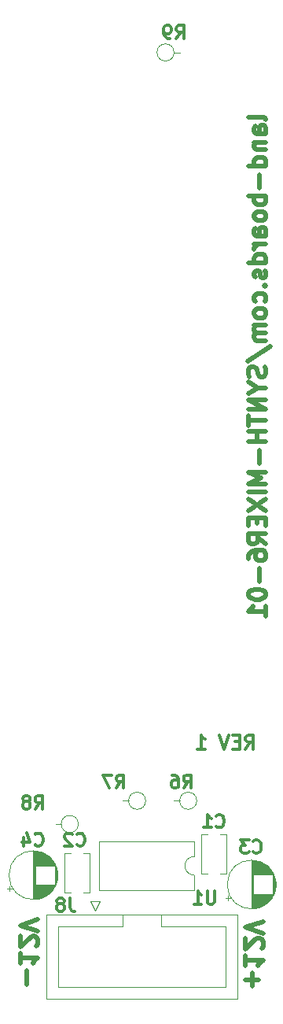
<source format=gbo>
%TF.GenerationSoftware,KiCad,Pcbnew,(6.0.1)*%
%TF.CreationDate,2022-09-30T20:43:48-04:00*%
%TF.ProjectId,SYNTH-MIXER6-01,53594e54-482d-44d4-9958-4552362d3031,1*%
%TF.SameCoordinates,Original*%
%TF.FileFunction,Legend,Bot*%
%TF.FilePolarity,Positive*%
%FSLAX46Y46*%
G04 Gerber Fmt 4.6, Leading zero omitted, Abs format (unit mm)*
G04 Created by KiCad (PCBNEW (6.0.1)) date 2022-09-30 20:43:48*
%MOMM*%
%LPD*%
G01*
G04 APERTURE LIST*
%ADD10C,0.476250*%
%ADD11C,0.300000*%
%ADD12C,0.304800*%
%ADD13C,0.120000*%
G04 APERTURE END LIST*
D10*
X26613928Y-121236866D02*
X26613928Y-119785437D01*
X25888214Y-120511151D02*
X27339642Y-120511151D01*
X25888214Y-117880437D02*
X25888214Y-118969008D01*
X25888214Y-118424723D02*
X27793214Y-118424723D01*
X27521071Y-118606151D01*
X27339642Y-118787580D01*
X27248928Y-118969008D01*
X27611785Y-117154723D02*
X27702500Y-117064008D01*
X27793214Y-116882580D01*
X27793214Y-116429008D01*
X27702500Y-116247580D01*
X27611785Y-116156866D01*
X27430357Y-116066151D01*
X27248928Y-116066151D01*
X26976785Y-116156866D01*
X25888214Y-117245437D01*
X25888214Y-116066151D01*
X27793214Y-115521866D02*
X25888214Y-114886866D01*
X27793214Y-114251866D01*
X2363928Y-120986866D02*
X2363928Y-119535437D01*
X1638214Y-117630437D02*
X1638214Y-118719008D01*
X1638214Y-118174723D02*
X3543214Y-118174723D01*
X3271071Y-118356151D01*
X3089642Y-118537580D01*
X2998928Y-118719008D01*
X3361785Y-116904723D02*
X3452500Y-116814008D01*
X3543214Y-116632580D01*
X3543214Y-116179008D01*
X3452500Y-115997580D01*
X3361785Y-115906866D01*
X3180357Y-115816151D01*
X2998928Y-115816151D01*
X2726785Y-115906866D01*
X1638214Y-116995437D01*
X1638214Y-115816151D01*
X3543214Y-115271866D02*
X1638214Y-114636866D01*
X3543214Y-114001866D01*
D11*
X25892857Y-95681072D02*
X26392857Y-94966786D01*
X26750000Y-95681072D02*
X26750000Y-94181072D01*
X26178571Y-94181072D01*
X26035714Y-94252501D01*
X25964285Y-94323929D01*
X25892857Y-94466786D01*
X25892857Y-94681072D01*
X25964285Y-94823929D01*
X26035714Y-94895358D01*
X26178571Y-94966786D01*
X26750000Y-94966786D01*
X25250000Y-94895358D02*
X24750000Y-94895358D01*
X24535714Y-95681072D02*
X25250000Y-95681072D01*
X25250000Y-94181072D01*
X24535714Y-94181072D01*
X24107142Y-94181072D02*
X23607142Y-95681072D01*
X23107142Y-94181072D01*
X20678571Y-95681072D02*
X21535714Y-95681072D01*
X21107142Y-95681072D02*
X21107142Y-94181072D01*
X21250000Y-94395358D01*
X21392857Y-94538215D01*
X21535714Y-94609643D01*
D10*
X28111794Y-27968578D02*
X28021080Y-27787149D01*
X27839651Y-27696435D01*
X26206794Y-27696435D01*
X28111794Y-29510721D02*
X27113937Y-29510721D01*
X26932509Y-29420007D01*
X26841794Y-29238578D01*
X26841794Y-28875721D01*
X26932509Y-28694292D01*
X28021080Y-29510721D02*
X28111794Y-29329292D01*
X28111794Y-28875721D01*
X28021080Y-28694292D01*
X27839651Y-28603578D01*
X27658223Y-28603578D01*
X27476794Y-28694292D01*
X27386080Y-28875721D01*
X27386080Y-29329292D01*
X27295366Y-29510721D01*
X26841794Y-30417864D02*
X28111794Y-30417864D01*
X27023223Y-30417864D02*
X26932509Y-30508578D01*
X26841794Y-30690006D01*
X26841794Y-30962149D01*
X26932509Y-31143578D01*
X27113937Y-31234292D01*
X28111794Y-31234292D01*
X28111794Y-32957864D02*
X26206794Y-32957864D01*
X28021080Y-32957864D02*
X28111794Y-32776435D01*
X28111794Y-32413578D01*
X28021080Y-32232149D01*
X27930366Y-32141435D01*
X27748937Y-32050721D01*
X27204651Y-32050721D01*
X27023223Y-32141435D01*
X26932509Y-32232149D01*
X26841794Y-32413578D01*
X26841794Y-32776435D01*
X26932509Y-32957864D01*
X27386080Y-33865006D02*
X27386080Y-35316435D01*
X28111794Y-36223578D02*
X26206794Y-36223578D01*
X26932509Y-36223578D02*
X26841794Y-36405006D01*
X26841794Y-36767864D01*
X26932509Y-36949292D01*
X27023223Y-37040006D01*
X27204651Y-37130721D01*
X27748937Y-37130721D01*
X27930366Y-37040006D01*
X28021080Y-36949292D01*
X28111794Y-36767864D01*
X28111794Y-36405006D01*
X28021080Y-36223578D01*
X28111794Y-38219292D02*
X28021080Y-38037864D01*
X27930366Y-37947149D01*
X27748937Y-37856435D01*
X27204651Y-37856435D01*
X27023223Y-37947149D01*
X26932509Y-38037864D01*
X26841794Y-38219292D01*
X26841794Y-38491435D01*
X26932509Y-38672864D01*
X27023223Y-38763578D01*
X27204651Y-38854292D01*
X27748937Y-38854292D01*
X27930366Y-38763578D01*
X28021080Y-38672864D01*
X28111794Y-38491435D01*
X28111794Y-38219292D01*
X28111794Y-40487149D02*
X27113937Y-40487149D01*
X26932509Y-40396435D01*
X26841794Y-40215006D01*
X26841794Y-39852149D01*
X26932509Y-39670721D01*
X28021080Y-40487149D02*
X28111794Y-40305721D01*
X28111794Y-39852149D01*
X28021080Y-39670721D01*
X27839651Y-39580006D01*
X27658223Y-39580006D01*
X27476794Y-39670721D01*
X27386080Y-39852149D01*
X27386080Y-40305721D01*
X27295366Y-40487149D01*
X28111794Y-41394292D02*
X26841794Y-41394292D01*
X27204651Y-41394292D02*
X27023223Y-41485006D01*
X26932509Y-41575721D01*
X26841794Y-41757149D01*
X26841794Y-41938578D01*
X28111794Y-43390006D02*
X26206794Y-43390006D01*
X28021080Y-43390006D02*
X28111794Y-43208578D01*
X28111794Y-42845721D01*
X28021080Y-42664292D01*
X27930366Y-42573578D01*
X27748937Y-42482864D01*
X27204651Y-42482864D01*
X27023223Y-42573578D01*
X26932509Y-42664292D01*
X26841794Y-42845721D01*
X26841794Y-43208578D01*
X26932509Y-43390006D01*
X28021080Y-44206435D02*
X28111794Y-44387864D01*
X28111794Y-44750721D01*
X28021080Y-44932149D01*
X27839651Y-45022864D01*
X27748937Y-45022864D01*
X27567509Y-44932149D01*
X27476794Y-44750721D01*
X27476794Y-44478578D01*
X27386080Y-44297149D01*
X27204651Y-44206435D01*
X27113937Y-44206435D01*
X26932509Y-44297149D01*
X26841794Y-44478578D01*
X26841794Y-44750721D01*
X26932509Y-44932149D01*
X27930366Y-45839292D02*
X28021080Y-45930006D01*
X28111794Y-45839292D01*
X28021080Y-45748578D01*
X27930366Y-45839292D01*
X28111794Y-45839292D01*
X28021080Y-47562864D02*
X28111794Y-47381435D01*
X28111794Y-47018578D01*
X28021080Y-46837149D01*
X27930366Y-46746435D01*
X27748937Y-46655721D01*
X27204651Y-46655721D01*
X27023223Y-46746435D01*
X26932509Y-46837149D01*
X26841794Y-47018578D01*
X26841794Y-47381435D01*
X26932509Y-47562864D01*
X28111794Y-48651435D02*
X28021080Y-48470006D01*
X27930366Y-48379292D01*
X27748937Y-48288578D01*
X27204651Y-48288578D01*
X27023223Y-48379292D01*
X26932509Y-48470006D01*
X26841794Y-48651435D01*
X26841794Y-48923578D01*
X26932509Y-49105006D01*
X27023223Y-49195721D01*
X27204651Y-49286435D01*
X27748937Y-49286435D01*
X27930366Y-49195721D01*
X28021080Y-49105006D01*
X28111794Y-48923578D01*
X28111794Y-48651435D01*
X28111794Y-50102864D02*
X26841794Y-50102864D01*
X27023223Y-50102864D02*
X26932509Y-50193578D01*
X26841794Y-50375006D01*
X26841794Y-50647149D01*
X26932509Y-50828578D01*
X27113937Y-50919292D01*
X28111794Y-50919292D01*
X27113937Y-50919292D02*
X26932509Y-51010006D01*
X26841794Y-51191435D01*
X26841794Y-51463578D01*
X26932509Y-51645006D01*
X27113937Y-51735721D01*
X28111794Y-51735721D01*
X26116080Y-54003578D02*
X28565366Y-52370721D01*
X28021080Y-54547864D02*
X28111794Y-54820006D01*
X28111794Y-55273578D01*
X28021080Y-55455006D01*
X27930366Y-55545721D01*
X27748937Y-55636435D01*
X27567509Y-55636435D01*
X27386080Y-55545721D01*
X27295366Y-55455006D01*
X27204651Y-55273578D01*
X27113937Y-54910721D01*
X27023223Y-54729292D01*
X26932509Y-54638578D01*
X26751080Y-54547864D01*
X26569651Y-54547864D01*
X26388223Y-54638578D01*
X26297509Y-54729292D01*
X26206794Y-54910721D01*
X26206794Y-55364292D01*
X26297509Y-55636435D01*
X27204651Y-56815721D02*
X28111794Y-56815721D01*
X26206794Y-56180721D02*
X27204651Y-56815721D01*
X26206794Y-57450721D01*
X28111794Y-58085721D02*
X26206794Y-58085721D01*
X28111794Y-59174292D01*
X26206794Y-59174292D01*
X26206794Y-59809292D02*
X26206794Y-60897864D01*
X28111794Y-60353578D02*
X26206794Y-60353578D01*
X28111794Y-61532864D02*
X26206794Y-61532864D01*
X27113937Y-61532864D02*
X27113937Y-62621435D01*
X28111794Y-62621435D02*
X26206794Y-62621435D01*
X27386080Y-63528578D02*
X27386080Y-64980006D01*
X28111794Y-65887149D02*
X26206794Y-65887149D01*
X27567509Y-66522149D01*
X26206794Y-67157149D01*
X28111794Y-67157149D01*
X28111794Y-68064292D02*
X26206794Y-68064292D01*
X26206794Y-68790006D02*
X28111794Y-70060006D01*
X26206794Y-70060006D02*
X28111794Y-68790006D01*
X27113937Y-70785721D02*
X27113937Y-71420721D01*
X28111794Y-71692864D02*
X28111794Y-70785721D01*
X26206794Y-70785721D01*
X26206794Y-71692864D01*
X28111794Y-73597864D02*
X27204651Y-72962864D01*
X28111794Y-72509292D02*
X26206794Y-72509292D01*
X26206794Y-73235006D01*
X26297509Y-73416435D01*
X26388223Y-73507149D01*
X26569651Y-73597864D01*
X26841794Y-73597864D01*
X27023223Y-73507149D01*
X27113937Y-73416435D01*
X27204651Y-73235006D01*
X27204651Y-72509292D01*
X26206794Y-75230721D02*
X26206794Y-74867864D01*
X26297509Y-74686435D01*
X26388223Y-74595721D01*
X26660366Y-74414292D01*
X27023223Y-74323578D01*
X27748937Y-74323578D01*
X27930366Y-74414292D01*
X28021080Y-74505006D01*
X28111794Y-74686435D01*
X28111794Y-75049292D01*
X28021080Y-75230721D01*
X27930366Y-75321435D01*
X27748937Y-75412149D01*
X27295366Y-75412149D01*
X27113937Y-75321435D01*
X27023223Y-75230721D01*
X26932509Y-75049292D01*
X26932509Y-74686435D01*
X27023223Y-74505006D01*
X27113937Y-74414292D01*
X27295366Y-74323578D01*
X27386080Y-76228578D02*
X27386080Y-77680006D01*
X26206794Y-78950006D02*
X26206794Y-79131435D01*
X26297509Y-79312864D01*
X26388223Y-79403578D01*
X26569651Y-79494292D01*
X26932509Y-79585006D01*
X27386080Y-79585006D01*
X27748937Y-79494292D01*
X27930366Y-79403578D01*
X28021080Y-79312864D01*
X28111794Y-79131435D01*
X28111794Y-78950006D01*
X28021080Y-78768578D01*
X27930366Y-78677864D01*
X27748937Y-78587149D01*
X27386080Y-78496435D01*
X26932509Y-78496435D01*
X26569651Y-78587149D01*
X26388223Y-78677864D01*
X26297509Y-78768578D01*
X26206794Y-78950006D01*
X28111794Y-81399292D02*
X28111794Y-80310721D01*
X28111794Y-80855006D02*
X26206794Y-80855006D01*
X26478937Y-80673578D01*
X26660366Y-80492149D01*
X26751080Y-80310721D01*
D12*
%TO.C,J8*%
X6965666Y-111734976D02*
X6965666Y-112732833D01*
X7032190Y-112932404D01*
X7165238Y-113065452D01*
X7364809Y-113131976D01*
X7497857Y-113131976D01*
X6100857Y-112333690D02*
X6233904Y-112267166D01*
X6300428Y-112200642D01*
X6366952Y-112067595D01*
X6366952Y-112001071D01*
X6300428Y-111868023D01*
X6233904Y-111801500D01*
X6100857Y-111734976D01*
X5834761Y-111734976D01*
X5701714Y-111801500D01*
X5635190Y-111868023D01*
X5568666Y-112001071D01*
X5568666Y-112067595D01*
X5635190Y-112200642D01*
X5701714Y-112267166D01*
X5834761Y-112333690D01*
X6100857Y-112333690D01*
X6233904Y-112400214D01*
X6300428Y-112466738D01*
X6366952Y-112599785D01*
X6366952Y-112865880D01*
X6300428Y-112998928D01*
X6233904Y-113065452D01*
X6100857Y-113131976D01*
X5834761Y-113131976D01*
X5701714Y-113065452D01*
X5635190Y-112998928D01*
X5568666Y-112865880D01*
X5568666Y-112599785D01*
X5635190Y-112466738D01*
X5701714Y-112400214D01*
X5834761Y-112333690D01*
%TO.C,C3*%
X26732833Y-106748928D02*
X26799357Y-106815452D01*
X26998928Y-106881976D01*
X27131976Y-106881976D01*
X27331547Y-106815452D01*
X27464595Y-106682404D01*
X27531119Y-106549357D01*
X27597642Y-106283261D01*
X27597642Y-106083690D01*
X27531119Y-105817595D01*
X27464595Y-105684547D01*
X27331547Y-105551500D01*
X27131976Y-105484976D01*
X26998928Y-105484976D01*
X26799357Y-105551500D01*
X26732833Y-105618023D01*
X26267166Y-105484976D02*
X25402357Y-105484976D01*
X25868023Y-106017166D01*
X25668452Y-106017166D01*
X25535404Y-106083690D01*
X25468880Y-106150214D01*
X25402357Y-106283261D01*
X25402357Y-106615880D01*
X25468880Y-106748928D01*
X25535404Y-106815452D01*
X25668452Y-106881976D01*
X26067595Y-106881976D01*
X26200642Y-106815452D01*
X26267166Y-106748928D01*
%TO.C,U1*%
X22564380Y-110984976D02*
X22564380Y-112115880D01*
X22497857Y-112248928D01*
X22431333Y-112315452D01*
X22298285Y-112381976D01*
X22032190Y-112381976D01*
X21899142Y-112315452D01*
X21832619Y-112248928D01*
X21766095Y-112115880D01*
X21766095Y-110984976D01*
X20369095Y-112381976D02*
X21167380Y-112381976D01*
X20768238Y-112381976D02*
X20768238Y-110984976D01*
X20901285Y-111184547D01*
X21034333Y-111317595D01*
X21167380Y-111384119D01*
%TO.C,R7*%
X11982833Y-99881976D02*
X12448500Y-99216738D01*
X12781119Y-99881976D02*
X12781119Y-98484976D01*
X12248928Y-98484976D01*
X12115880Y-98551500D01*
X12049357Y-98618023D01*
X11982833Y-98751071D01*
X11982833Y-98950642D01*
X12049357Y-99083690D01*
X12115880Y-99150214D01*
X12248928Y-99216738D01*
X12781119Y-99216738D01*
X11517166Y-98484976D02*
X10585833Y-98484976D01*
X11184547Y-99881976D01*
%TO.C,C1*%
X22732833Y-103998928D02*
X22799357Y-104065452D01*
X22998928Y-104131976D01*
X23131976Y-104131976D01*
X23331547Y-104065452D01*
X23464595Y-103932404D01*
X23531119Y-103799357D01*
X23597642Y-103533261D01*
X23597642Y-103333690D01*
X23531119Y-103067595D01*
X23464595Y-102934547D01*
X23331547Y-102801500D01*
X23131976Y-102734976D01*
X22998928Y-102734976D01*
X22799357Y-102801500D01*
X22732833Y-102868023D01*
X21402357Y-104131976D02*
X22200642Y-104131976D01*
X21801500Y-104131976D02*
X21801500Y-102734976D01*
X21934547Y-102934547D01*
X22067595Y-103067595D01*
X22200642Y-103134119D01*
%TO.C,C2*%
X7732833Y-105998928D02*
X7799357Y-106065452D01*
X7998928Y-106131976D01*
X8131976Y-106131976D01*
X8331547Y-106065452D01*
X8464595Y-105932404D01*
X8531119Y-105799357D01*
X8597642Y-105533261D01*
X8597642Y-105333690D01*
X8531119Y-105067595D01*
X8464595Y-104934547D01*
X8331547Y-104801500D01*
X8131976Y-104734976D01*
X7998928Y-104734976D01*
X7799357Y-104801500D01*
X7732833Y-104868023D01*
X7200642Y-104868023D02*
X7134119Y-104801500D01*
X7001071Y-104734976D01*
X6668452Y-104734976D01*
X6535404Y-104801500D01*
X6468880Y-104868023D01*
X6402357Y-105001071D01*
X6402357Y-105134119D01*
X6468880Y-105333690D01*
X7267166Y-106131976D01*
X6402357Y-106131976D01*
%TO.C,R8*%
X3232833Y-102131976D02*
X3698500Y-101466738D01*
X4031119Y-102131976D02*
X4031119Y-100734976D01*
X3498928Y-100734976D01*
X3365880Y-100801500D01*
X3299357Y-100868023D01*
X3232833Y-101001071D01*
X3232833Y-101200642D01*
X3299357Y-101333690D01*
X3365880Y-101400214D01*
X3498928Y-101466738D01*
X4031119Y-101466738D01*
X2434547Y-101333690D02*
X2567595Y-101267166D01*
X2634119Y-101200642D01*
X2700642Y-101067595D01*
X2700642Y-101001071D01*
X2634119Y-100868023D01*
X2567595Y-100801500D01*
X2434547Y-100734976D01*
X2168452Y-100734976D01*
X2035404Y-100801500D01*
X1968880Y-100868023D01*
X1902357Y-101001071D01*
X1902357Y-101067595D01*
X1968880Y-101200642D01*
X2035404Y-101267166D01*
X2168452Y-101333690D01*
X2434547Y-101333690D01*
X2567595Y-101400214D01*
X2634119Y-101466738D01*
X2700642Y-101599785D01*
X2700642Y-101865880D01*
X2634119Y-101998928D01*
X2567595Y-102065452D01*
X2434547Y-102131976D01*
X2168452Y-102131976D01*
X2035404Y-102065452D01*
X1968880Y-101998928D01*
X1902357Y-101865880D01*
X1902357Y-101599785D01*
X1968880Y-101466738D01*
X2035404Y-101400214D01*
X2168452Y-101333690D01*
%TO.C,R9*%
X18432833Y-19246976D02*
X18898500Y-18581738D01*
X19231119Y-19246976D02*
X19231119Y-17849976D01*
X18698928Y-17849976D01*
X18565880Y-17916500D01*
X18499357Y-17983023D01*
X18432833Y-18116071D01*
X18432833Y-18315642D01*
X18499357Y-18448690D01*
X18565880Y-18515214D01*
X18698928Y-18581738D01*
X19231119Y-18581738D01*
X17767595Y-19246976D02*
X17501500Y-19246976D01*
X17368452Y-19180452D01*
X17301928Y-19113928D01*
X17168880Y-18914357D01*
X17102357Y-18648261D01*
X17102357Y-18116071D01*
X17168880Y-17983023D01*
X17235404Y-17916500D01*
X17368452Y-17849976D01*
X17634547Y-17849976D01*
X17767595Y-17916500D01*
X17834119Y-17983023D01*
X17900642Y-18116071D01*
X17900642Y-18448690D01*
X17834119Y-18581738D01*
X17767595Y-18648261D01*
X17634547Y-18714785D01*
X17368452Y-18714785D01*
X17235404Y-18648261D01*
X17168880Y-18581738D01*
X17102357Y-18448690D01*
%TO.C,R6*%
X19232833Y-99881976D02*
X19698500Y-99216738D01*
X20031119Y-99881976D02*
X20031119Y-98484976D01*
X19498928Y-98484976D01*
X19365880Y-98551500D01*
X19299357Y-98618023D01*
X19232833Y-98751071D01*
X19232833Y-98950642D01*
X19299357Y-99083690D01*
X19365880Y-99150214D01*
X19498928Y-99216738D01*
X20031119Y-99216738D01*
X18035404Y-98484976D02*
X18301500Y-98484976D01*
X18434547Y-98551500D01*
X18501071Y-98618023D01*
X18634119Y-98817595D01*
X18700642Y-99083690D01*
X18700642Y-99615880D01*
X18634119Y-99748928D01*
X18567595Y-99815452D01*
X18434547Y-99881976D01*
X18168452Y-99881976D01*
X18035404Y-99815452D01*
X17968880Y-99748928D01*
X17902357Y-99615880D01*
X17902357Y-99283261D01*
X17968880Y-99150214D01*
X18035404Y-99083690D01*
X18168452Y-99017166D01*
X18434547Y-99017166D01*
X18567595Y-99083690D01*
X18634119Y-99150214D01*
X18700642Y-99283261D01*
%TO.C,C4*%
X3232833Y-105998928D02*
X3299357Y-106065452D01*
X3498928Y-106131976D01*
X3631976Y-106131976D01*
X3831547Y-106065452D01*
X3964595Y-105932404D01*
X4031119Y-105799357D01*
X4097642Y-105533261D01*
X4097642Y-105333690D01*
X4031119Y-105067595D01*
X3964595Y-104934547D01*
X3831547Y-104801500D01*
X3631976Y-104734976D01*
X3498928Y-104734976D01*
X3299357Y-104801500D01*
X3232833Y-104868023D01*
X2035404Y-105200642D02*
X2035404Y-106131976D01*
X2368023Y-104668452D02*
X2700642Y-105666309D01*
X1835833Y-105666309D01*
D13*
%TO.C,J8*%
X25040000Y-113457500D02*
X4460000Y-113457500D01*
X4460000Y-122577500D02*
X25040000Y-122577500D01*
X23740000Y-121267500D02*
X23740000Y-114767500D01*
X5760000Y-114767500D02*
X5760000Y-121267500D01*
X25040000Y-122577500D02*
X25040000Y-113457500D01*
X9670000Y-113067500D02*
X9170000Y-112067500D01*
X4460000Y-113457500D02*
X4460000Y-122577500D01*
X16800000Y-114767500D02*
X16800000Y-113457500D01*
X9170000Y-112067500D02*
X10170000Y-112067500D01*
X10170000Y-112067500D02*
X9670000Y-113067500D01*
X23740000Y-114767500D02*
X16800000Y-114767500D01*
X5760000Y-121267500D02*
X23740000Y-121267500D01*
X12700000Y-114767500D02*
X5760000Y-114767500D01*
X12700000Y-113457500D02*
X12700000Y-114767500D01*
X16800000Y-114767500D02*
X16800000Y-114767500D01*
%TO.C,C3*%
X23740113Y-111725000D02*
X24240113Y-111725000D01*
X28305888Y-109210000D02*
X28305888Y-108349000D01*
X27945888Y-112425000D02*
X27945888Y-111290000D01*
X28065888Y-112345000D02*
X28065888Y-111290000D01*
X28225888Y-112221000D02*
X28225888Y-111290000D01*
X26624888Y-112829000D02*
X26624888Y-107671000D01*
X26664888Y-112828000D02*
X26664888Y-107672000D01*
X27024888Y-112786000D02*
X27024888Y-111290000D01*
X28945888Y-111261000D02*
X28945888Y-109239000D01*
X28905888Y-111348000D02*
X28905888Y-109152000D01*
X28865888Y-111428000D02*
X28865888Y-109072000D01*
X27144888Y-112761000D02*
X27144888Y-111290000D01*
X28585888Y-111855000D02*
X28585888Y-111290000D01*
X28705888Y-111693000D02*
X28705888Y-111290000D01*
X28585888Y-109210000D02*
X28585888Y-108645000D01*
X27345888Y-109210000D02*
X27345888Y-107795000D01*
X27425888Y-109210000D02*
X27425888Y-107822000D01*
X28345888Y-109210000D02*
X28345888Y-108386000D01*
X29025888Y-111055000D02*
X29025888Y-109445000D01*
X27625888Y-112598000D02*
X27625888Y-111290000D01*
X26704888Y-112826000D02*
X26704888Y-107674000D01*
X28185888Y-109210000D02*
X28185888Y-108246000D01*
X27745888Y-112540000D02*
X27745888Y-111290000D01*
X28185888Y-112254000D02*
X28185888Y-111290000D01*
X28985888Y-111165000D02*
X28985888Y-109335000D01*
X28785888Y-109210000D02*
X28785888Y-108931000D01*
X27625888Y-109210000D02*
X27625888Y-107902000D01*
X27865888Y-109210000D02*
X27865888Y-108026000D01*
X27265888Y-109210000D02*
X27265888Y-107770000D01*
X28705888Y-109210000D02*
X28705888Y-108807000D01*
X28825888Y-109210000D02*
X28825888Y-108999000D01*
X27705888Y-112560000D02*
X27705888Y-111290000D01*
X27745888Y-109210000D02*
X27745888Y-107960000D01*
X27465888Y-112664000D02*
X27465888Y-111290000D01*
X27104888Y-112770000D02*
X27104888Y-111290000D01*
X28625888Y-109210000D02*
X28625888Y-108696000D01*
X28265888Y-109210000D02*
X28265888Y-108313000D01*
X28785888Y-111569000D02*
X28785888Y-111290000D01*
X28825888Y-111501000D02*
X28825888Y-111290000D01*
X28425888Y-109210000D02*
X28425888Y-108465000D01*
X27385888Y-109210000D02*
X27385888Y-107808000D01*
X27705888Y-109210000D02*
X27705888Y-107940000D01*
X28105888Y-109210000D02*
X28105888Y-108185000D01*
X27104888Y-109210000D02*
X27104888Y-107730000D01*
X29065888Y-110927000D02*
X29065888Y-109573000D01*
X27825888Y-109210000D02*
X27825888Y-108003000D01*
X27585888Y-109210000D02*
X27585888Y-107885000D01*
X28145888Y-112285000D02*
X28145888Y-111290000D01*
X27785888Y-109210000D02*
X27785888Y-107982000D01*
X27545888Y-109210000D02*
X27545888Y-107868000D01*
X28345888Y-112114000D02*
X28345888Y-111290000D01*
X27825888Y-112497000D02*
X27825888Y-111290000D01*
X27585888Y-112615000D02*
X27585888Y-111290000D01*
X27385888Y-112692000D02*
X27385888Y-111290000D01*
X26904888Y-109210000D02*
X26904888Y-107694000D01*
X27785888Y-112518000D02*
X27785888Y-111290000D01*
X28505888Y-111949000D02*
X28505888Y-111290000D01*
X27345888Y-112705000D02*
X27345888Y-111290000D01*
X28465888Y-109210000D02*
X28465888Y-108507000D01*
X23990113Y-111975000D02*
X23990113Y-111475000D01*
X27985888Y-112399000D02*
X27985888Y-111290000D01*
X26944888Y-112800000D02*
X26944888Y-111290000D01*
X28145888Y-109210000D02*
X28145888Y-108215000D01*
X27905888Y-109210000D02*
X27905888Y-108050000D01*
X26944888Y-109210000D02*
X26944888Y-107700000D01*
X28545888Y-111903000D02*
X28545888Y-111290000D01*
X26904888Y-112806000D02*
X26904888Y-111290000D01*
X28385888Y-109210000D02*
X28385888Y-108424000D01*
X27545888Y-112632000D02*
X27545888Y-111290000D01*
X27144888Y-109210000D02*
X27144888Y-107739000D01*
X26984888Y-112793000D02*
X26984888Y-111290000D01*
X29145888Y-110534000D02*
X29145888Y-109966000D01*
X28025888Y-109210000D02*
X28025888Y-108128000D01*
X27425888Y-112678000D02*
X27425888Y-111290000D01*
X26544888Y-112830000D02*
X26544888Y-107670000D01*
X28105888Y-112315000D02*
X28105888Y-111290000D01*
X28745888Y-111633000D02*
X28745888Y-111290000D01*
X27184888Y-112751000D02*
X27184888Y-111290000D01*
X28025888Y-112372000D02*
X28025888Y-111290000D01*
X28305888Y-112151000D02*
X28305888Y-111290000D01*
X26824888Y-112815000D02*
X26824888Y-111290000D01*
X28385888Y-112076000D02*
X28385888Y-111290000D01*
X28065888Y-109210000D02*
X28065888Y-108155000D01*
X26984888Y-109210000D02*
X26984888Y-107707000D01*
X27505888Y-109210000D02*
X27505888Y-107852000D01*
X27945888Y-109210000D02*
X27945888Y-108075000D01*
X27305888Y-112718000D02*
X27305888Y-111290000D01*
X27305888Y-109210000D02*
X27305888Y-107782000D01*
X27665888Y-112579000D02*
X27665888Y-111290000D01*
X26784888Y-109210000D02*
X26784888Y-107681000D01*
X26584888Y-112830000D02*
X26584888Y-107670000D01*
X28265888Y-112187000D02*
X28265888Y-111290000D01*
X27024888Y-109210000D02*
X27024888Y-107714000D01*
X26864888Y-112811000D02*
X26864888Y-111290000D01*
X26784888Y-112819000D02*
X26784888Y-111290000D01*
X27465888Y-109210000D02*
X27465888Y-107836000D01*
X26744888Y-112823000D02*
X26744888Y-107677000D01*
X28665888Y-109210000D02*
X28665888Y-108750000D01*
X27505888Y-112648000D02*
X27505888Y-111290000D01*
X27865888Y-112474000D02*
X27865888Y-111290000D01*
X28225888Y-109210000D02*
X28225888Y-108279000D01*
X28665888Y-111750000D02*
X28665888Y-111290000D01*
X27985888Y-109210000D02*
X27985888Y-108101000D01*
X27224888Y-109210000D02*
X27224888Y-107759000D01*
X27064888Y-112778000D02*
X27064888Y-111290000D01*
X26864888Y-109210000D02*
X26864888Y-107689000D01*
X27265888Y-112730000D02*
X27265888Y-111290000D01*
X28505888Y-109210000D02*
X28505888Y-108551000D01*
X27905888Y-112450000D02*
X27905888Y-111290000D01*
X28745888Y-109210000D02*
X28745888Y-108867000D01*
X28625888Y-111804000D02*
X28625888Y-111290000D01*
X29105888Y-110768000D02*
X29105888Y-109732000D01*
X27064888Y-109210000D02*
X27064888Y-107722000D01*
X28465888Y-111993000D02*
X28465888Y-111290000D01*
X27224888Y-112741000D02*
X27224888Y-111290000D01*
X28425888Y-112035000D02*
X28425888Y-111290000D01*
X26824888Y-109210000D02*
X26824888Y-107685000D01*
X28545888Y-109210000D02*
X28545888Y-108597000D01*
X27665888Y-109210000D02*
X27665888Y-107921000D01*
X27184888Y-109210000D02*
X27184888Y-107749000D01*
X29164888Y-110250000D02*
G75*
G03*
X29164888Y-110250000I-2620000J0D01*
G01*
%TO.C,U1*%
X20380000Y-110890000D02*
X10100000Y-110890000D01*
X10100000Y-110890000D02*
X10100000Y-105590000D01*
X10100000Y-105590000D02*
X20380000Y-105590000D01*
X20380000Y-105590000D02*
X20380000Y-107240000D01*
X20380000Y-109240000D02*
X20380000Y-110890000D01*
X20380000Y-107240000D02*
G75*
G03*
X20380000Y-109240000I0J-1000000D01*
G01*
%TO.C,R7*%
X13300000Y-101250000D02*
X12680000Y-101250000D01*
X15140000Y-101250000D02*
G75*
G03*
X15140000Y-101250000I-920000J0D01*
G01*
%TO.C,C1*%
X23870000Y-104880000D02*
X23870000Y-109120000D01*
X21130000Y-104880000D02*
X21130000Y-109120000D01*
X23165000Y-109120000D02*
X23870000Y-109120000D01*
X21130000Y-104880000D02*
X21835000Y-104880000D01*
X21130000Y-109120000D02*
X21835000Y-109120000D01*
X23165000Y-104880000D02*
X23870000Y-104880000D01*
%TO.C,C2*%
X6380000Y-106880000D02*
X7085000Y-106880000D01*
X6380000Y-111120000D02*
X7085000Y-111120000D01*
X9120000Y-106880000D02*
X9120000Y-111120000D01*
X6380000Y-106880000D02*
X6380000Y-111120000D01*
X8415000Y-111120000D02*
X9120000Y-111120000D01*
X8415000Y-106880000D02*
X9120000Y-106880000D01*
%TO.C,R8*%
X6050000Y-103750000D02*
X5430000Y-103750000D01*
X7890000Y-103750000D02*
G75*
G03*
X7890000Y-103750000I-920000J0D01*
G01*
%TO.C,R9*%
X18200000Y-20750000D02*
X18820000Y-20750000D01*
X18200000Y-20750000D02*
G75*
G03*
X18200000Y-20750000I-920000J0D01*
G01*
%TO.C,R6*%
X18800000Y-101250000D02*
X18180000Y-101250000D01*
X20640000Y-101250000D02*
G75*
G03*
X20640000Y-101250000I-920000J0D01*
G01*
%TO.C,C4*%
X4325888Y-108210000D02*
X4325888Y-107003000D01*
X4445888Y-111425000D02*
X4445888Y-110290000D01*
X4605888Y-108210000D02*
X4605888Y-107185000D01*
X5525888Y-110055000D02*
X5525888Y-108445000D01*
X3484888Y-111793000D02*
X3484888Y-110290000D01*
X4685888Y-108210000D02*
X4685888Y-107246000D01*
X5125888Y-110804000D02*
X5125888Y-110290000D01*
X4405888Y-111450000D02*
X4405888Y-110290000D01*
X4685888Y-111254000D02*
X4685888Y-110290000D01*
X5085888Y-108210000D02*
X5085888Y-107645000D01*
X3845888Y-111705000D02*
X3845888Y-110290000D01*
X3364888Y-111811000D02*
X3364888Y-110290000D01*
X5245888Y-108210000D02*
X5245888Y-107867000D01*
X4005888Y-108210000D02*
X4005888Y-106852000D01*
X4045888Y-111632000D02*
X4045888Y-110290000D01*
X4805888Y-111151000D02*
X4805888Y-110290000D01*
X3965888Y-108210000D02*
X3965888Y-106836000D01*
X5285888Y-108210000D02*
X5285888Y-107931000D01*
X4285888Y-108210000D02*
X4285888Y-106982000D01*
X3604888Y-108210000D02*
X3604888Y-106730000D01*
X4365888Y-111474000D02*
X4365888Y-110290000D01*
X4845888Y-108210000D02*
X4845888Y-107386000D01*
X3925888Y-111678000D02*
X3925888Y-110290000D01*
X3204888Y-111826000D02*
X3204888Y-106674000D01*
X3324888Y-108210000D02*
X3324888Y-106685000D01*
X4805888Y-108210000D02*
X4805888Y-107349000D01*
X3084888Y-111830000D02*
X3084888Y-106670000D01*
X4645888Y-111285000D02*
X4645888Y-110290000D01*
X4085888Y-108210000D02*
X4085888Y-106885000D01*
X4525888Y-111372000D02*
X4525888Y-110290000D01*
X3244888Y-111823000D02*
X3244888Y-106677000D01*
X3484888Y-108210000D02*
X3484888Y-106707000D01*
X3564888Y-108210000D02*
X3564888Y-106722000D01*
X3604888Y-111770000D02*
X3604888Y-110290000D01*
X4965888Y-110993000D02*
X4965888Y-110290000D01*
X3284888Y-111819000D02*
X3284888Y-110290000D01*
X3524888Y-108210000D02*
X3524888Y-106714000D01*
X4845888Y-111114000D02*
X4845888Y-110290000D01*
X5005888Y-108210000D02*
X5005888Y-107551000D01*
X5645888Y-109534000D02*
X5645888Y-108966000D01*
X4005888Y-111648000D02*
X4005888Y-110290000D01*
X3164888Y-111828000D02*
X3164888Y-106672000D01*
X4565888Y-108210000D02*
X4565888Y-107155000D01*
X4765888Y-111187000D02*
X4765888Y-110290000D01*
X4045888Y-108210000D02*
X4045888Y-106868000D01*
X5005888Y-110949000D02*
X5005888Y-110290000D01*
X240113Y-110725000D02*
X740113Y-110725000D01*
X4885888Y-111076000D02*
X4885888Y-110290000D01*
X3564888Y-111778000D02*
X3564888Y-110290000D01*
X5325888Y-110501000D02*
X5325888Y-110290000D01*
X3765888Y-108210000D02*
X3765888Y-106770000D01*
X3805888Y-111718000D02*
X3805888Y-110290000D01*
X5365888Y-110428000D02*
X5365888Y-108072000D01*
X4205888Y-111560000D02*
X4205888Y-110290000D01*
X4765888Y-108210000D02*
X4765888Y-107313000D01*
X4325888Y-111497000D02*
X4325888Y-110290000D01*
X5325888Y-108210000D02*
X5325888Y-107999000D01*
X3724888Y-108210000D02*
X3724888Y-106759000D01*
X3044888Y-111830000D02*
X3044888Y-106670000D01*
X4925888Y-111035000D02*
X4925888Y-110290000D01*
X4365888Y-108210000D02*
X4365888Y-107026000D01*
X4125888Y-108210000D02*
X4125888Y-106902000D01*
X5245888Y-110633000D02*
X5245888Y-110290000D01*
X3444888Y-108210000D02*
X3444888Y-106700000D01*
X3885888Y-108210000D02*
X3885888Y-106808000D01*
X3124888Y-111829000D02*
X3124888Y-106671000D01*
X3684888Y-108210000D02*
X3684888Y-106749000D01*
X3524888Y-111786000D02*
X3524888Y-110290000D01*
X5405888Y-110348000D02*
X5405888Y-108152000D01*
X3925888Y-108210000D02*
X3925888Y-106822000D01*
X4245888Y-108210000D02*
X4245888Y-106960000D01*
X4725888Y-111221000D02*
X4725888Y-110290000D01*
X3404888Y-111806000D02*
X3404888Y-110290000D01*
X3805888Y-108210000D02*
X3805888Y-106782000D01*
X3324888Y-111815000D02*
X3324888Y-110290000D01*
X5165888Y-108210000D02*
X5165888Y-107750000D01*
X3684888Y-111751000D02*
X3684888Y-110290000D01*
X5165888Y-110750000D02*
X5165888Y-110290000D01*
X4605888Y-111315000D02*
X4605888Y-110290000D01*
X5045888Y-110903000D02*
X5045888Y-110290000D01*
X5565888Y-109927000D02*
X5565888Y-108573000D01*
X3644888Y-111761000D02*
X3644888Y-110290000D01*
X490113Y-110975000D02*
X490113Y-110475000D01*
X4165888Y-108210000D02*
X4165888Y-106921000D01*
X3644888Y-108210000D02*
X3644888Y-106739000D01*
X5205888Y-108210000D02*
X5205888Y-107807000D01*
X4565888Y-111345000D02*
X4565888Y-110290000D01*
X3364888Y-108210000D02*
X3364888Y-106689000D01*
X4485888Y-111399000D02*
X4485888Y-110290000D01*
X5445888Y-110261000D02*
X5445888Y-108239000D01*
X4285888Y-111518000D02*
X4285888Y-110290000D01*
X4405888Y-108210000D02*
X4405888Y-107050000D01*
X4485888Y-108210000D02*
X4485888Y-107101000D01*
X4125888Y-111598000D02*
X4125888Y-110290000D01*
X4205888Y-108210000D02*
X4205888Y-106940000D01*
X5045888Y-108210000D02*
X5045888Y-107597000D01*
X3765888Y-111730000D02*
X3765888Y-110290000D01*
X5205888Y-110693000D02*
X5205888Y-110290000D01*
X4645888Y-108210000D02*
X4645888Y-107215000D01*
X3885888Y-111692000D02*
X3885888Y-110290000D01*
X4085888Y-111615000D02*
X4085888Y-110290000D01*
X4165888Y-111579000D02*
X4165888Y-110290000D01*
X5085888Y-110855000D02*
X5085888Y-110290000D01*
X3965888Y-111664000D02*
X3965888Y-110290000D01*
X4725888Y-108210000D02*
X4725888Y-107279000D01*
X4245888Y-111540000D02*
X4245888Y-110290000D01*
X4445888Y-108210000D02*
X4445888Y-107075000D01*
X4525888Y-108210000D02*
X4525888Y-107128000D01*
X5605888Y-109768000D02*
X5605888Y-108732000D01*
X5485888Y-110165000D02*
X5485888Y-108335000D01*
X3404888Y-108210000D02*
X3404888Y-106694000D01*
X3444888Y-111800000D02*
X3444888Y-110290000D01*
X3724888Y-111741000D02*
X3724888Y-110290000D01*
X4925888Y-108210000D02*
X4925888Y-107465000D01*
X5285888Y-110569000D02*
X5285888Y-110290000D01*
X5125888Y-108210000D02*
X5125888Y-107696000D01*
X3845888Y-108210000D02*
X3845888Y-106795000D01*
X4885888Y-108210000D02*
X4885888Y-107424000D01*
X3284888Y-108210000D02*
X3284888Y-106681000D01*
X4965888Y-108210000D02*
X4965888Y-107507000D01*
X5664888Y-109250000D02*
G75*
G03*
X5664888Y-109250000I-2620000J0D01*
G01*
%TD*%
M02*

</source>
